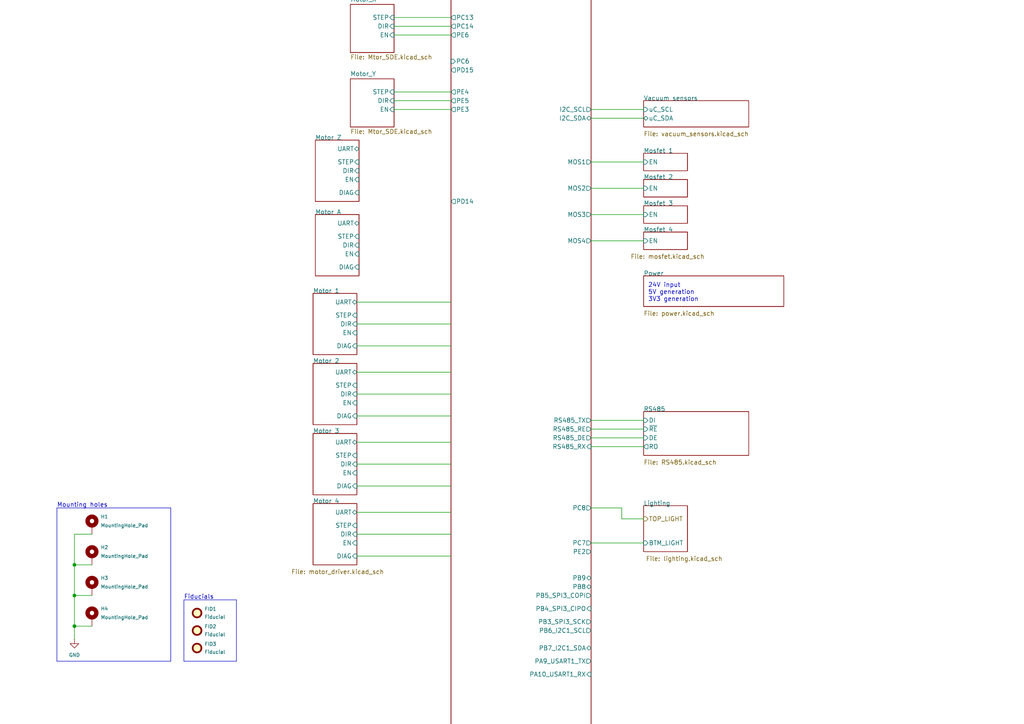
<source format=kicad_sch>
(kicad_sch
	(version 20231120)
	(generator "eeschema")
	(generator_version "8.0")
	(uuid "7255cbd1-8d38-4545-be9a-7fc5488ef942")
	(paper "A4")
	(title_block
		(title "LumenPnP Motherboard")
		(date "2023-07-30")
		(rev "005")
		(company "Opulo")
		(comment 1 "Overview")
	)
	(lib_symbols
		(symbol "Mechanical:Fiducial"
			(exclude_from_sim yes)
			(in_bom no)
			(on_board yes)
			(property "Reference" "FID"
				(at 0 5.08 0)
				(effects
					(font
						(size 1.27 1.27)
					)
				)
			)
			(property "Value" "Fiducial"
				(at 0 3.175 0)
				(effects
					(font
						(size 1.27 1.27)
					)
				)
			)
			(property "Footprint" ""
				(at 0 0 0)
				(effects
					(font
						(size 1.27 1.27)
					)
					(hide yes)
				)
			)
			(property "Datasheet" "~"
				(at 0 0 0)
				(effects
					(font
						(size 1.27 1.27)
					)
					(hide yes)
				)
			)
			(property "Description" "Fiducial Marker"
				(at 0 0 0)
				(effects
					(font
						(size 1.27 1.27)
					)
					(hide yes)
				)
			)
			(property "ki_keywords" "fiducial marker"
				(at 0 0 0)
				(effects
					(font
						(size 1.27 1.27)
					)
					(hide yes)
				)
			)
			(property "ki_fp_filters" "Fiducial*"
				(at 0 0 0)
				(effects
					(font
						(size 1.27 1.27)
					)
					(hide yes)
				)
			)
			(symbol "Fiducial_0_1"
				(circle
					(center 0 0)
					(radius 1.27)
					(stroke
						(width 0.508)
						(type default)
					)
					(fill
						(type background)
					)
				)
			)
		)
		(symbol "Mechanical:MountingHole_Pad"
			(pin_numbers hide)
			(pin_names
				(offset 1.016) hide)
			(exclude_from_sim yes)
			(in_bom no)
			(on_board yes)
			(property "Reference" "H"
				(at 0 6.35 0)
				(effects
					(font
						(size 1.27 1.27)
					)
				)
			)
			(property "Value" "MountingHole_Pad"
				(at 0 4.445 0)
				(effects
					(font
						(size 1.27 1.27)
					)
				)
			)
			(property "Footprint" ""
				(at 0 0 0)
				(effects
					(font
						(size 1.27 1.27)
					)
					(hide yes)
				)
			)
			(property "Datasheet" "~"
				(at 0 0 0)
				(effects
					(font
						(size 1.27 1.27)
					)
					(hide yes)
				)
			)
			(property "Description" "Mounting Hole with connection"
				(at 0 0 0)
				(effects
					(font
						(size 1.27 1.27)
					)
					(hide yes)
				)
			)
			(property "ki_keywords" "mounting hole"
				(at 0 0 0)
				(effects
					(font
						(size 1.27 1.27)
					)
					(hide yes)
				)
			)
			(property "ki_fp_filters" "MountingHole*Pad*"
				(at 0 0 0)
				(effects
					(font
						(size 1.27 1.27)
					)
					(hide yes)
				)
			)
			(symbol "MountingHole_Pad_0_1"
				(circle
					(center 0 1.27)
					(radius 1.27)
					(stroke
						(width 1.27)
						(type default)
					)
					(fill
						(type none)
					)
				)
			)
			(symbol "MountingHole_Pad_1_1"
				(pin input line
					(at 0 -2.54 90)
					(length 2.54)
					(name "1"
						(effects
							(font
								(size 1.27 1.27)
							)
						)
					)
					(number "1"
						(effects
							(font
								(size 1.27 1.27)
							)
						)
					)
				)
			)
		)
		(symbol "power:GND"
			(power)
			(pin_numbers hide)
			(pin_names
				(offset 0) hide)
			(exclude_from_sim no)
			(in_bom yes)
			(on_board yes)
			(property "Reference" "#PWR"
				(at 0 -6.35 0)
				(effects
					(font
						(size 1.27 1.27)
					)
					(hide yes)
				)
			)
			(property "Value" "GND"
				(at 0 -3.81 0)
				(effects
					(font
						(size 1.27 1.27)
					)
				)
			)
			(property "Footprint" ""
				(at 0 0 0)
				(effects
					(font
						(size 1.27 1.27)
					)
					(hide yes)
				)
			)
			(property "Datasheet" ""
				(at 0 0 0)
				(effects
					(font
						(size 1.27 1.27)
					)
					(hide yes)
				)
			)
			(property "Description" "Power symbol creates a global label with name \"GND\" , ground"
				(at 0 0 0)
				(effects
					(font
						(size 1.27 1.27)
					)
					(hide yes)
				)
			)
			(property "ki_keywords" "global power"
				(at 0 0 0)
				(effects
					(font
						(size 1.27 1.27)
					)
					(hide yes)
				)
			)
			(symbol "GND_0_1"
				(polyline
					(pts
						(xy 0 0) (xy 0 -1.27) (xy 1.27 -1.27) (xy 0 -2.54) (xy -1.27 -1.27) (xy 0 -1.27)
					)
					(stroke
						(width 0)
						(type default)
					)
					(fill
						(type none)
					)
				)
			)
			(symbol "GND_1_1"
				(pin power_in line
					(at 0 0 270)
					(length 0)
					(name "~"
						(effects
							(font
								(size 1.27 1.27)
							)
						)
					)
					(number "1"
						(effects
							(font
								(size 1.27 1.27)
							)
						)
					)
				)
			)
		)
	)
	(junction
		(at 21.59 172.72)
		(diameter 0)
		(color 0 0 0 0)
		(uuid "05576719-5b2e-4585-b492-2d3394a7cb6b")
	)
	(junction
		(at 21.59 181.61)
		(diameter 0)
		(color 0 0 0 0)
		(uuid "b66534b9-bd50-44f3-8223-05a553580026")
	)
	(junction
		(at 21.59 163.83)
		(diameter 0)
		(color 0 0 0 0)
		(uuid "fa655cc7-8eac-4aa3-b4ee-9381727fb8a1")
	)
	(wire
		(pts
			(xy 171.45 31.75) (xy 186.69 31.75)
		)
		(stroke
			(width 0)
			(type default)
		)
		(uuid "0ae10e56-446d-4239-98d7-ef395963ff4b")
	)
	(wire
		(pts
			(xy 171.45 121.92) (xy 186.69 121.92)
		)
		(stroke
			(width 0)
			(type default)
		)
		(uuid "142ed7c3-6ed5-45b4-850a-7e7db36479a1")
	)
	(wire
		(pts
			(xy 171.45 127) (xy 186.69 127)
		)
		(stroke
			(width 0)
			(type default)
		)
		(uuid "163382d2-6a66-4e48-aa16-715f40590b2e")
	)
	(wire
		(pts
			(xy 171.45 69.85) (xy 186.69 69.85)
		)
		(stroke
			(width 0)
			(type default)
		)
		(uuid "18bf1874-d363-4979-a83a-b59e7ca4fa7e")
	)
	(wire
		(pts
			(xy 103.505 120.65) (xy 130.81 120.65)
		)
		(stroke
			(width 0)
			(type default)
		)
		(uuid "18f04e81-debe-4957-a9da-b5579b6f871e")
	)
	(wire
		(pts
			(xy 103.505 140.97) (xy 130.81 140.97)
		)
		(stroke
			(width 0)
			(type default)
		)
		(uuid "1ab400f9-3a30-4d50-a7ef-f384f697792e")
	)
	(polyline
		(pts
			(xy 49.53 191.77) (xy 16.51 191.77)
		)
		(stroke
			(width 0)
			(type default)
		)
		(uuid "2106a43a-c9d7-46b2-bef3-2b73da8d382f")
	)
	(wire
		(pts
			(xy 171.45 157.48) (xy 186.69 157.48)
		)
		(stroke
			(width 0)
			(type default)
		)
		(uuid "33b697fc-0a59-4194-8f6c-4a948ca58dde")
	)
	(wire
		(pts
			(xy 171.45 129.54) (xy 186.69 129.54)
		)
		(stroke
			(width 0)
			(type default)
		)
		(uuid "391c478f-0779-4196-a369-b134940bb09f")
	)
	(wire
		(pts
			(xy 103.505 154.94) (xy 130.81 154.94)
		)
		(stroke
			(width 0)
			(type default)
		)
		(uuid "39c7bfd6-7799-450e-b445-506ed2b5e2a0")
	)
	(polyline
		(pts
			(xy 16.51 147.32) (xy 49.53 147.32)
		)
		(stroke
			(width 0)
			(type default)
		)
		(uuid "3fa0728d-91e5-47f1-8255-20760037d6ce")
	)
	(polyline
		(pts
			(xy 53.34 173.99) (xy 53.34 191.77)
		)
		(stroke
			(width 0)
			(type default)
		)
		(uuid "3fd17285-59a2-4d66-932c-e1075f32acef")
	)
	(wire
		(pts
			(xy 114.3 10.16) (xy 130.81 10.16)
		)
		(stroke
			(width 0)
			(type default)
		)
		(uuid "48b2168a-4e7b-484b-9432-368fe37fa172")
	)
	(wire
		(pts
			(xy 114.3 29.21) (xy 130.81 29.21)
		)
		(stroke
			(width 0)
			(type default)
		)
		(uuid "4aa78fdf-113d-4cd6-b9ce-4c3aa01e6186")
	)
	(polyline
		(pts
			(xy 68.58 173.99) (xy 68.58 191.77)
		)
		(stroke
			(width 0)
			(type default)
		)
		(uuid "4b8ee186-ca02-438c-8b6b-e596344827ba")
	)
	(wire
		(pts
			(xy 103.505 134.62) (xy 130.81 134.62)
		)
		(stroke
			(width 0)
			(type default)
		)
		(uuid "4f0f2431-8777-42f9-94fd-bf9d0404bd17")
	)
	(wire
		(pts
			(xy 103.505 161.29) (xy 130.81 161.29)
		)
		(stroke
			(width 0)
			(type default)
		)
		(uuid "5562d177-aefc-45f4-b393-2896f2178ee2")
	)
	(wire
		(pts
			(xy 114.3 31.75) (xy 130.81 31.75)
		)
		(stroke
			(width 0)
			(type default)
		)
		(uuid "5966c264-aa64-41c3-b5c6-f26d8cffcd07")
	)
	(wire
		(pts
			(xy 171.45 62.23) (xy 186.69 62.23)
		)
		(stroke
			(width 0)
			(type default)
		)
		(uuid "598aeb58-987b-419b-b258-7f114f380dae")
	)
	(wire
		(pts
			(xy 171.45 124.46) (xy 186.69 124.46)
		)
		(stroke
			(width 0)
			(type default)
		)
		(uuid "59c6b355-b034-41c9-886c-78003b10aa94")
	)
	(wire
		(pts
			(xy 103.505 93.98) (xy 130.81 93.98)
		)
		(stroke
			(width 0)
			(type default)
		)
		(uuid "5d3c325a-c3d5-4cc6-9f60-287e3d574a11")
	)
	(wire
		(pts
			(xy 114.3 5.08) (xy 130.81 5.08)
		)
		(stroke
			(width 0)
			(type default)
		)
		(uuid "5d542e98-74e4-4a52-b605-8639ac5e3630")
	)
	(wire
		(pts
			(xy 171.45 147.32) (xy 180.34 147.32)
		)
		(stroke
			(width 0)
			(type default)
		)
		(uuid "6002403d-64e6-4e8f-a8b3-1bc7209e1ced")
	)
	(wire
		(pts
			(xy 103.505 100.33) (xy 130.81 100.33)
		)
		(stroke
			(width 0)
			(type default)
		)
		(uuid "660fa7d1-e7f1-4c86-a7a6-1cf87519e8e1")
	)
	(wire
		(pts
			(xy 103.505 128.27) (xy 130.81 128.27)
		)
		(stroke
			(width 0)
			(type default)
		)
		(uuid "6b7dd656-a3ee-4e18-92b8-a3f5a4a80314")
	)
	(wire
		(pts
			(xy 103.505 148.59) (xy 130.81 148.59)
		)
		(stroke
			(width 0)
			(type default)
		)
		(uuid "8a5cf231-04b5-449f-9494-2ef05ff58f12")
	)
	(wire
		(pts
			(xy 21.59 181.61) (xy 21.59 185.42)
		)
		(stroke
			(width 0)
			(type default)
		)
		(uuid "94a8b15f-d57e-45b7-b614-ff5234a4259d")
	)
	(wire
		(pts
			(xy 114.3 7.62) (xy 130.81 7.62)
		)
		(stroke
			(width 0)
			(type default)
		)
		(uuid "a17a80c5-15bb-416b-b23b-d79c5e49cc03")
	)
	(wire
		(pts
			(xy 26.67 163.83) (xy 21.59 163.83)
		)
		(stroke
			(width 0)
			(type default)
		)
		(uuid "ac41f5e5-db2e-47c0-8d3f-9456b478f216")
	)
	(wire
		(pts
			(xy 114.3 26.67) (xy 130.81 26.67)
		)
		(stroke
			(width 0)
			(type default)
		)
		(uuid "b614e1aa-3d77-41ef-b50a-9264f6216cef")
	)
	(wire
		(pts
			(xy 21.59 154.94) (xy 21.59 163.83)
		)
		(stroke
			(width 0)
			(type default)
		)
		(uuid "bc0eccbe-effb-44f4-b2ff-aea8d7686986")
	)
	(wire
		(pts
			(xy 26.67 154.94) (xy 21.59 154.94)
		)
		(stroke
			(width 0)
			(type default)
		)
		(uuid "c31f6ce2-2124-40bb-95e6-d150a4e719e4")
	)
	(wire
		(pts
			(xy 103.505 87.63) (xy 130.81 87.63)
		)
		(stroke
			(width 0)
			(type default)
		)
		(uuid "c4f6c45f-ca58-49fb-81b2-e47742d1daf4")
	)
	(polyline
		(pts
			(xy 16.51 147.32) (xy 16.51 191.77)
		)
		(stroke
			(width 0)
			(type default)
		)
		(uuid "c96f1cf6-5320-44e8-996f-faa6b3a4441a")
	)
	(wire
		(pts
			(xy 180.34 147.32) (xy 180.34 150.495)
		)
		(stroke
			(width 0)
			(type default)
		)
		(uuid "ccc82c37-5b7c-4bd5-b696-9d54f038f0bc")
	)
	(wire
		(pts
			(xy 21.59 172.72) (xy 21.59 181.61)
		)
		(stroke
			(width 0)
			(type default)
		)
		(uuid "d059cf29-3637-4ca5-9696-588bb5260172")
	)
	(wire
		(pts
			(xy 26.67 181.61) (xy 21.59 181.61)
		)
		(stroke
			(width 0)
			(type default)
		)
		(uuid "d0687671-9f02-4ff0-8bce-04b981ea68c0")
	)
	(wire
		(pts
			(xy 113.03 -6.35) (xy 130.81 -6.35)
		)
		(stroke
			(width 0)
			(type default)
		)
		(uuid "d596d100-c224-443c-b7ac-9ffe5f04c5c4")
	)
	(polyline
		(pts
			(xy 49.53 147.32) (xy 49.53 191.77)
		)
		(stroke
			(width 0)
			(type default)
		)
		(uuid "d5991aeb-faca-4897-9eee-1070a9391498")
	)
	(wire
		(pts
			(xy 171.45 46.99) (xy 186.69 46.99)
		)
		(stroke
			(width 0)
			(type default)
		)
		(uuid "e385163a-0308-406c-888e-8439b7cdcd36")
	)
	(polyline
		(pts
			(xy 68.58 191.77) (xy 53.34 191.77)
		)
		(stroke
			(width 0)
			(type default)
		)
		(uuid "e95867d6-0eac-43b6-b462-6e9453189650")
	)
	(wire
		(pts
			(xy 113.03 -8.89) (xy 130.81 -8.89)
		)
		(stroke
			(width 0)
			(type default)
		)
		(uuid "ee1d049a-8be3-48bc-a118-7d19f535f689")
	)
	(wire
		(pts
			(xy 171.45 34.29) (xy 186.69 34.29)
		)
		(stroke
			(width 0)
			(type default)
		)
		(uuid "f01ed067-cf1e-4c91-bc11-a9140fd86731")
	)
	(wire
		(pts
			(xy 180.34 150.495) (xy 186.69 150.495)
		)
		(stroke
			(width 0)
			(type default)
		)
		(uuid "f29d0383-cd7e-45da-8e35-48ed32ee66b6")
	)
	(wire
		(pts
			(xy 103.505 114.3) (xy 130.81 114.3)
		)
		(stroke
			(width 0)
			(type default)
		)
		(uuid "f5691221-7016-42d0-b53d-f0a735163e90")
	)
	(wire
		(pts
			(xy 26.67 172.72) (xy 21.59 172.72)
		)
		(stroke
			(width 0)
			(type default)
		)
		(uuid "f70ecbd4-261c-48ee-9dd7-678b07fd0add")
	)
	(wire
		(pts
			(xy 103.505 107.95) (xy 130.81 107.95)
		)
		(stroke
			(width 0)
			(type default)
		)
		(uuid "fdc70f8a-b639-4f3e-82a6-d3e088c10a81")
	)
	(polyline
		(pts
			(xy 53.34 173.99) (xy 68.58 173.99)
		)
		(stroke
			(width 0)
			(type default)
		)
		(uuid "fed1eb7c-d425-4437-a9bf-942e8abfd131")
	)
	(wire
		(pts
			(xy 171.45 54.61) (xy 186.69 54.61)
		)
		(stroke
			(width 0)
			(type default)
		)
		(uuid "ff174ed3-8014-41e1-aaf8-cc31422e6a35")
	)
	(wire
		(pts
			(xy 21.59 163.83) (xy 21.59 172.72)
		)
		(stroke
			(width 0)
			(type default)
		)
		(uuid "ff9dd1be-3acf-44dc-ab95-c3c485d79781")
	)
	(text "24V input\n5V generation\n3V3 generation"
		(exclude_from_sim no)
		(at 187.96 87.63 0)
		(effects
			(font
				(size 1.27 1.27)
			)
			(justify left bottom)
		)
		(uuid "0d075e9c-23a6-4ed3-b65a-edb4381a9128")
	)
	(text "Fiducials"
		(exclude_from_sim no)
		(at 53.34 173.99 0)
		(effects
			(font
				(size 1.27 1.27)
			)
			(justify left bottom)
		)
		(uuid "3098bd8f-3242-46bb-a79c-afe777a7f433")
	)
	(text "Mounting holes"
		(exclude_from_sim no)
		(at 16.51 147.32 0)
		(effects
			(font
				(size 1.27 1.27)
			)
			(justify left bottom)
		)
		(uuid "4c6a35d2-6337-4d67-ade7-58317638331a")
	)
	(hierarchical_label "TOP_LIGHT"
		(shape output)
		(at 186.69 150.495 0)
		(fields_autoplaced yes)
		(effects
			(font
				(size 1.27 1.27)
			)
			(justify left)
		)
		(uuid "e6b95b2c-a546-47e8-aebf-b5e2695f5936")
	)
	(symbol
		(lib_id "Mechanical:Fiducial")
		(at 57.15 182.88 0)
		(unit 1)
		(exclude_from_sim no)
		(in_bom no)
		(on_board yes)
		(dnp no)
		(uuid "146bd435-314a-4707-ab43-0fcbf7fc858f")
		(property "Reference" "FID2"
			(at 59.309 181.7116 0)
			(effects
				(font
					(size 1 1)
				)
				(justify left)
			)
		)
		(property "Value" "Fiducial"
			(at 59.309 184.023 0)
			(effects
				(font
					(size 1 1)
				)
				(justify left)
			)
		)
		(property "Footprint" "Fiducial:Fiducial_1mm_Mask2mm"
			(at 57.15 182.88 0)
			(effects
				(font
					(size 1 1)
					(color 223 129 255 1)
				)
				(hide yes)
			)
		)
		(property "Datasheet" "~"
			(at 57.15 182.88 0)
			(effects
				(font
					(size 1 1)
					(color 223 129 255 1)
				)
				(hide yes)
			)
		)
		(property "Description" "Fiducial Marker"
			(at 57.15 182.88 0)
			(effects
				(font
					(size 1.27 1.27)
				)
				(hide yes)
			)
		)
		(instances
			(project "mobo"
				(path "/7255cbd1-8d38-4545-be9a-7fc5488ef942"
					(reference "FID2")
					(unit 1)
				)
			)
		)
	)
	(symbol
		(lib_id "power:GND")
		(at 21.59 185.42 0)
		(unit 1)
		(exclude_from_sim no)
		(in_bom yes)
		(on_board yes)
		(dnp no)
		(fields_autoplaced yes)
		(uuid "74c5d081-2efd-4a70-8cea-ea497afacde3")
		(property "Reference" "#PWR01"
			(at 21.59 191.77 0)
			(effects
				(font
					(size 1 1)
				)
				(hide yes)
			)
		)
		(property "Value" "GND"
			(at 21.59 189.9825 0)
			(effects
				(font
					(size 1 1)
				)
			)
		)
		(property "Footprint" ""
			(at 21.59 185.42 0)
			(effects
				(font
					(size 1 1)
					(color 223 129 255 1)
				)
				(hide yes)
			)
		)
		(property "Datasheet" ""
			(at 21.59 185.42 0)
			(effects
				(font
					(size 1 1)
					(color 223 129 255 1)
				)
				(hide yes)
			)
		)
		(property "Description" "Power symbol creates a global label with name \"GND\" , ground"
			(at 21.59 185.42 0)
			(effects
				(font
					(size 1.27 1.27)
				)
				(hide yes)
			)
		)
		(pin "1"
			(uuid "e444d79a-9a42-435d-a7e3-aa31c3af7610")
		)
		(instances
			(project "mobo"
				(path "/7255cbd1-8d38-4545-be9a-7fc5488ef942"
					(reference "#PWR01")
					(unit 1)
				)
			)
		)
	)
	(symbol
		(lib_id "Mechanical:MountingHole_Pad")
		(at 26.67 161.29 0)
		(unit 1)
		(exclude_from_sim yes)
		(in_bom no)
		(on_board yes)
		(dnp no)
		(fields_autoplaced yes)
		(uuid "8bfe93a2-e3b6-4352-9d56-3a212fee83c3")
		(property "Reference" "H2"
			(at 29.21 158.75 0)
			(effects
				(font
					(size 1 1)
				)
				(justify left)
			)
		)
		(property "Value" "MountingHole_Pad"
			(at 29.21 161.29 0)
			(effects
				(font
					(size 1 1)
				)
				(justify left)
			)
		)
		(property "Footprint" "MountingHole:MountingHole_3.2mm_M3_DIN965_Pad"
			(at 26.67 161.29 0)
			(effects
				(font
					(size 1.27 1.27)
				)
				(hide yes)
			)
		)
		(property "Datasheet" "~"
			(at 26.67 161.29 0)
			(effects
				(font
					(size 1.27 1.27)
				)
				(hide yes)
			)
		)
		(property "Description" "Mounting Hole with connection"
			(at 26.67 161.29 0)
			(effects
				(font
					(size 1.27 1.27)
				)
				(hide yes)
			)
		)
		(pin "1"
			(uuid "e36b08ca-d6ac-4c1f-8b69-a2f026dfb4c1")
		)
		(instances
			(project "mobo"
				(path "/7255cbd1-8d38-4545-be9a-7fc5488ef942"
					(reference "H2")
					(unit 1)
				)
			)
		)
	)
	(symbol
		(lib_id "Mechanical:MountingHole_Pad")
		(at 26.67 170.18 0)
		(unit 1)
		(exclude_from_sim yes)
		(in_bom no)
		(on_board yes)
		(dnp no)
		(fields_autoplaced yes)
		(uuid "a3270155-1d43-43c4-9a4d-e95bdd4ecef9")
		(property "Reference" "H3"
			(at 29.21 167.64 0)
			(effects
				(font
					(size 1 1)
				)
				(justify left)
			)
		)
		(property "Value" "MountingHole_Pad"
			(at 29.21 170.18 0)
			(effects
				(font
					(size 1 1)
				)
				(justify left)
			)
		)
		(property "Footprint" "MountingHole:MountingHole_3.2mm_M3_DIN965_Pad"
			(at 26.67 170.18 0)
			(effects
				(font
					(size 1.27 1.27)
				)
				(hide yes)
			)
		)
		(property "Datasheet" "~"
			(at 26.67 170.18 0)
			(effects
				(font
					(size 1.27 1.27)
				)
				(hide yes)
			)
		)
		(property "Description" "Mounting Hole with connection"
			(at 26.67 170.18 0)
			(effects
				(font
					(size 1.27 1.27)
				)
				(hide yes)
			)
		)
		(pin "1"
			(uuid "6e050f10-74d5-47e4-b90c-df44a8dce70d")
		)
		(instances
			(project "mobo"
				(path "/7255cbd1-8d38-4545-be9a-7fc5488ef942"
					(reference "H3")
					(unit 1)
				)
			)
		)
	)
	(symbol
		(lib_id "Mechanical:MountingHole_Pad")
		(at 26.67 179.07 0)
		(unit 1)
		(exclude_from_sim yes)
		(in_bom no)
		(on_board yes)
		(dnp no)
		(fields_autoplaced yes)
		(uuid "c34a2c11-e21c-4775-84e9-0adcbe44680e")
		(property "Reference" "H4"
			(at 29.21 176.53 0)
			(effects
				(font
					(size 1 1)
				)
				(justify left)
			)
		)
		(property "Value" "MountingHole_Pad"
			(at 29.21 179.07 0)
			(effects
				(font
					(size 1 1)
				)
				(justify left)
			)
		)
		(property "Footprint" "MountingHole:MountingHole_3.2mm_M3_DIN965_Pad"
			(at 26.67 179.07 0)
			(effects
				(font
					(size 1.27 1.27)
				)
				(hide yes)
			)
		)
		(property "Datasheet" "~"
			(at 26.67 179.07 0)
			(effects
				(font
					(size 1.27 1.27)
				)
				(hide yes)
			)
		)
		(property "Description" "Mounting Hole with connection"
			(at 26.67 179.07 0)
			(effects
				(font
					(size 1.27 1.27)
				)
				(hide yes)
			)
		)
		(pin "1"
			(uuid "e3784f6e-8aae-4b65-ab9e-c1c6d44e84d6")
		)
		(instances
			(project "mobo"
				(path "/7255cbd1-8d38-4545-be9a-7fc5488ef942"
					(reference "H4")
					(unit 1)
				)
			)
		)
	)
	(symbol
		(lib_id "Mechanical:Fiducial")
		(at 57.15 187.96 0)
		(unit 1)
		(exclude_from_sim no)
		(in_bom no)
		(on_board yes)
		(dnp no)
		(uuid "c3caaea3-bba8-4807-a578-1bd4f7301577")
		(property "Reference" "FID3"
			(at 59.309 186.7916 0)
			(effects
				(font
					(size 1 1)
				)
				(justify left)
			)
		)
		(property "Value" "Fiducial"
			(at 59.309 189.103 0)
			(effects
				(font
					(size 1 1)
				)
				(justify left)
			)
		)
		(property "Footprint" "Fiducial:Fiducial_1mm_Mask2mm"
			(at 57.15 187.96 0)
			(effects
				(font
					(size 1 1)
					(color 223 129 255 1)
				)
				(hide yes)
			)
		)
		(property "Datasheet" "~"
			(at 57.15 187.96 0)
			(effects
				(font
					(size 1 1)
					(color 223 129 255 1)
				)
				(hide yes)
			)
		)
		(property "Description" "Fiducial Marker"
			(at 57.15 187.96 0)
			(effects
				(font
					(size 1.27 1.27)
				)
				(hide yes)
			)
		)
		(instances
			(project "mobo"
				(path "/7255cbd1-8d38-4545-be9a-7fc5488ef942"
					(reference "FID3")
					(unit 1)
				)
			)
		)
	)
	(symbol
		(lib_id "Mechanical:Fiducial")
		(at 57.15 177.8 0)
		(unit 1)
		(exclude_from_sim no)
		(in_bom no)
		(on_board yes)
		(dnp no)
		(uuid "eed9d62e-f536-4e56-9eba-3ba0585dd7f0")
		(property "Reference" "FID1"
			(at 59.309 176.6316 0)
			(effects
				(font
					(size 1 1)
				)
				(justify left)
			)
		)
		(property "Value" "Fiducial"
			(at 59.309 178.943 0)
			(effects
				(font
					(size 1 1)
				)
				(justify left)
			)
		)
		(property "Footprint" "Fiducial:Fiducial_1mm_Mask2mm"
			(at 57.15 177.8 0)
			(effects
				(font
					(size 1 1)
					(color 223 129 255 1)
				)
				(hide yes)
			)
		)
		(property "Datasheet" "~"
			(at 57.15 177.8 0)
			(effects
				(font
					(size 1 1)
					(color 223 129 255 1)
				)
				(hide yes)
			)
		)
		(property "Description" "Fiducial Marker"
			(at 57.15 177.8 0)
			(effects
				(font
					(size 1.27 1.27)
				)
				(hide yes)
			)
		)
		(instances
			(project "mobo"
				(path "/7255cbd1-8d38-4545-be9a-7fc5488ef942"
					(reference "FID1")
					(unit 1)
				)
			)
		)
	)
	(symbol
		(lib_id "Mechanical:MountingHole_Pad")
		(at 26.67 152.4 0)
		(unit 1)
		(exclude_from_sim yes)
		(in_bom no)
		(on_board yes)
		(dnp no)
		(fields_autoplaced yes)
		(uuid "f2a13051-02a2-4808-9f51-b1f873e89e72")
		(property "Reference" "H1"
			(at 29.21 149.86 0)
			(effects
				(font
					(size 1 1)
				)
				(justify left)
			)
		)
		(property "Value" "MountingHole_Pad"
			(at 29.21 152.4 0)
			(effects
				(font
					(size 1 1)
				)
				(justify left)
			)
		)
		(property "Footprint" "MountingHole:MountingHole_3.2mm_M3_DIN965_Pad"
			(at 26.67 152.4 0)
			(effects
				(font
					(size 1.27 1.27)
				)
				(hide yes)
			)
		)
		(property "Datasheet" "~"
			(at 26.67 152.4 0)
			(effects
				(font
					(size 1.27 1.27)
				)
				(hide yes)
			)
		)
		(property "Description" "Mounting Hole with connection"
			(at 26.67 152.4 0)
			(effects
				(font
					(size 1.27 1.27)
				)
				(hide yes)
			)
		)
		(pin "1"
			(uuid "997046af-f0b2-4b59-803c-b817bff67588")
		)
		(instances
			(project "mobo"
				(path "/7255cbd1-8d38-4545-be9a-7fc5488ef942"
					(reference "H1")
					(unit 1)
				)
			)
		)
	)
	(sheet
		(at 186.69 29.21)
		(size 30.48 7.62)
		(stroke
			(width 0)
			(type solid)
		)
		(fill
			(color 0 0 0 0.0000)
		)
		(uuid "00000000-0000-0000-0000-00005eb0c5a0")
		(property "Sheetname" "Vacuum sensors"
			(at 186.69 29.21 0)
			(effects
				(font
					(size 1.27 1.27)
				)
				(justify left bottom)
			)
		)
		(property "Sheetfile" "vacuum_sensors.kicad_sch"
			(at 186.69 38.1 0)
			(effects
				(font
					(size 1.27 1.27)
				)
				(justify left top)
			)
		)
		(pin "uC_SDA" bidirectional
			(at 186.69 34.29 180)
			(effects
				(font
					(size 1.27 1.27)
				)
				(justify left)
			)
			(uuid "8923bfa4-6f03-477a-b615-15131dc87e41")
		)
		(pin "uC_SCL" input
			(at 186.69 31.75 180)
			(effects
				(font
					(size 1.27 1.27)
				)
				(justify left)
			)
			(uuid "028f14ec-eac3-46bc-92f4-256a2ef10a7f")
		)
		(instances
			(project "mobo"
				(path "/7255cbd1-8d38-4545-be9a-7fc5488ef942"
					(page "17")
				)
			)
		)
	)
	(sheet
		(at 82.55 -11.43)
		(size 30.48 7.62)
		(stroke
			(width 0)
			(type solid)
		)
		(fill
			(color 0 0 0 0.0000)
		)
		(uuid "00000000-0000-0000-0000-00005eb0c6b9")
		(property "Sheetname" "USB"
			(at 82.55 -11.43 0)
			(effects
				(font
					(size 1.27 1.27)
				)
				(justify left bottom)
			)
		)
		(property "Sheetfile" "usb.kicad_sch"
			(at 82.55 -2.54 0)
			(effects
				(font
					(size 1.27 1.27)
				)
				(justify left top)
			)
		)
		(pin "USB_D-" bidirectional
			(at 113.03 -6.35 0)
			(effects
				(font
					(size 1.27 1.27)
				)
				(justify right)
			)
			(uuid "bc6b9a22-7aae-43cb-bb4e-3e7b0a9e75bb")
		)
		(pin "USB_D+" bidirectional
			(at 113.03 -8.89 0)
			(effects
				(font
					(size 1.27 1.27)
				)
				(justify right)
			)
			(uuid "4ee44f7f-a0c8-4efe-b405-9de6b0085ab6")
		)
		(instances
			(project "mobo"
				(path "/7255cbd1-8d38-4545-be9a-7fc5488ef942"
					(page "19")
				)
			)
		)
	)
	(sheet
		(at 186.69 80.01)
		(size 40.64 8.89)
		(stroke
			(width 0)
			(type solid)
		)
		(fill
			(color 0 0 0 0.0000)
		)
		(uuid "00000000-0000-0000-0000-00005eb15d5b")
		(property "Sheetname" "Power"
			(at 186.69 80.01 0)
			(effects
				(font
					(size 1.27 1.27)
				)
				(justify left bottom)
			)
		)
		(property "Sheetfile" "power.kicad_sch"
			(at 186.69 90.17 0)
			(effects
				(font
					(size 1.27 1.27)
				)
				(justify left top)
			)
		)
		(instances
			(project "mobo"
				(path "/7255cbd1-8d38-4545-be9a-7fc5488ef942"
					(page "2")
				)
			)
		)
	)
	(sheet
		(at 186.69 119.38)
		(size 30.48 12.7)
		(stroke
			(width 0.1524)
			(type solid)
		)
		(fill
			(color 0 0 0 0.0000)
		)
		(uuid "0ce3ca4e-d67d-448e-a269-79fcdb83d27c")
		(property "Sheetname" "RS485"
			(at 186.69 119.38 0)
			(effects
				(font
					(size 1.27 1.27)
				)
				(justify left bottom)
			)
		)
		(property "Sheetfile" "RS485.kicad_sch"
			(at 186.69 133.35 0)
			(effects
				(font
					(size 1.27 1.27)
				)
				(justify left top)
			)
		)
		(pin "~{RE}" input
			(at 186.69 124.46 180)
			(effects
				(font
					(size 1.27 1.27)
				)
				(justify left)
			)
			(uuid "8c2d41e6-0248-476e-8bc5-8735e1673da7")
		)
		(pin "DI" input
			(at 186.69 121.92 180)
			(effects
				(font
					(size 1.27 1.27)
				)
				(justify left)
			)
			(uuid "cde35353-5311-4c9a-8d7a-78cf43ed9b23")
		)
		(pin "DE" input
			(at 186.69 127 180)
			(effects
				(font
					(size 1.27 1.27)
				)
				(justify left)
			)
			(uuid "f3620ae2-a5d2-4a5d-8750-d7b1573a95d4")
		)
		(pin "RO" output
			(at 186.69 129.54 180)
			(effects
				(font
					(size 1.27 1.27)
				)
				(justify left)
			)
			(uuid "f1592858-cbea-4501-ae64-94f37701365f")
		)
		(instances
			(project "mobo"
				(path "/7255cbd1-8d38-4545-be9a-7fc5488ef942"
					(page "18")
				)
			)
		)
	)
	(sheet
		(at 186.69 52.07)
		(size 12.7 5.08)
		(stroke
			(width 0)
			(type solid)
		)
		(fill
			(color 0 0 0 0.0000)
		)
		(uuid "207467ea-dbef-4c90-902b-8e39e72e149d")
		(property "Sheetname" "Mosfet 2"
			(at 186.69 52.07 0)
			(effects
				(font
					(size 1.27 1.27)
				)
				(justify left bottom)
			)
		)
		(property "Sheetfile" "mosfet.kicad_sch"
			(at 186.69 57.15 0)
			(effects
				(font
					(size 1.27 1.27)
				)
				(justify left top)
				(hide yes)
			)
		)
		(pin "EN" input
			(at 186.69 54.61 180)
			(effects
				(font
					(size 1.27 1.27)
				)
				(justify left)
			)
			(uuid "ff447216-2102-4137-bd24-03fcd070640e")
		)
		(instances
			(project "mobo"
				(path "/7255cbd1-8d38-4545-be9a-7fc5488ef942"
					(page "13")
				)
			)
		)
	)
	(sheet
		(at 90.805 105.41)
		(size 12.7 17.78)
		(stroke
			(width 0)
			(type solid)
		)
		(fill
			(color 0 0 0 0.0000)
		)
		(uuid "21178f82-09c1-4043-ad45-3ce56de485b9")
		(property "Sheetname" "Motor 2"
			(at 90.805 105.41 0)
			(effects
				(font
					(size 1.27 1.27)
				)
				(justify left bottom)
			)
		)
		(property "Sheetfile" "motor_driver.kicad_sch"
			(at 84.455 120.65 0)
			(effects
				(font
					(size 1.27 1.27)
				)
				(justify left top)
				(hide yes)
			)
		)
		(pin "EN" input
			(at 103.505 116.84 0)
			(effects
				(font
					(size 1.27 1.27)
				)
				(justify right)
			)
			(uuid "a9398371-54a4-43fe-bf53-71b0137b4634")
		)
		(pin "STEP" input
			(at 103.505 111.76 0)
			(effects
				(font
					(size 1.27 1.27)
				)
				(justify right)
			)
			(uuid "8041d6b7-fc46-4262-b3ce-c284ecad18b8")
		)
		(pin "DIR" input
			(at 103.505 114.3 0)
			(effects
				(font
					(size 1.27 1.27)
				)
				(justify right)
			)
			(uuid "a078b658-eb9d-4edf-9ab3-2465e9cb3719")
		)
		(pin "DIAG" input
			(at 103.505 120.65 0)
			(effects
				(font
					(size 1.27 1.27)
				)
				(justify right)
			)
			(uuid "d0713aa1-5029-4abd-8e13-614617a465d2")
		)
		(pin "UART" bidirectional
			(at 103.505 107.95 0)
			(effects
				(font
					(size 1.27 1.27)
				)
				(justify right)
			)
			(uuid "bbd4c20d-1d41-4520-acb5-8f9b3a845ed2")
		)
		(instances
			(project "mobo"
				(path "/7255cbd1-8d38-4545-be9a-7fc5488ef942"
					(page "9")
				)
			)
		)
	)
	(sheet
		(at 90.805 146.05)
		(size 12.7 17.78)
		(stroke
			(width 0)
			(type solid)
		)
		(fill
			(color 0 0 0 0.0000)
		)
		(uuid "2d41dcfb-8f44-4045-bd4c-0464bc10a0ca")
		(property "Sheetname" "Motor 4"
			(at 90.805 146.05 0)
			(effects
				(font
					(size 1.27 1.27)
				)
				(justify left bottom)
			)
		)
		(property "Sheetfile" "motor_driver.kicad_sch"
			(at 84.455 165.1 0)
			(effects
				(font
					(size 1.27 1.27)
				)
				(justify left top)
			)
		)
		(pin "EN" input
			(at 103.505 157.48 0)
			(effects
				(font
					(size 1.27 1.27)
				)
				(justify right)
			)
			(uuid "f3ec6cdf-08ff-4518-98ac-4e6721c96d58")
		)
		(pin "STEP" input
			(at 103.505 152.4 0)
			(effects
				(font
					(size 1.27 1.27)
				)
				(justify right)
			)
			(uuid "9b38af7d-1d23-45a8-9a8d-b7c1c6b1d362")
		)
		(pin "DIR" input
			(at 103.505 154.94 0)
			(effects
				(font
					(size 1.27 1.27)
				)
				(justify right)
			)
			(uuid "d71781b3-c1a5-4aaf-813f-d100beff6026")
		)
		(pin "DIAG" input
			(at 103.505 161.29 0)
			(effects
				(font
					(size 1.27 1.27)
				)
				(justify right)
			)
			(uuid "bd57f1a3-ca96-415d-806a-7a03cfbe327a")
		)
		(pin "UART" bidirectional
			(at 103.505 148.59 0)
			(effects
				(font
					(size 1.27 1.27)
				)
				(justify right)
			)
			(uuid "4cdec336-4b8f-47be-8f21-48ca6ed760ac")
		)
		(instances
			(project "mobo"
				(path "/7255cbd1-8d38-4545-be9a-7fc5488ef942"
					(page "11")
				)
			)
		)
	)
	(sheet
		(at 91.44 62.23)
		(size 12.7 17.78)
		(stroke
			(width 0)
			(type solid)
		)
		(fill
			(color 0 0 0 0.0000)
		)
		(uuid "462326f3-7eb5-44e7-a145-b88f1a9bc8bf")
		(property "Sheetname" "Motor A"
			(at 91.44 62.23 0)
			(effects
				(font
					(size 1.27 1.27)
				)
				(justify left bottom)
			)
		)
		(property "Sheetfile" "motor_driver.kicad_sch"
			(at 85.09 77.47 0)
			(effects
				(font
					(size 1.27 1.27)
				)
				(justify left top)
				(hide yes)
			)
		)
		(pin "EN" input
			(at 104.14 73.66 0)
			(effects
				(font
					(size 1.27 1.27)
				)
				(justify right)
			)
			(uuid "f5c8627a-c97f-49f9-acdc-a58bfb950e8e")
		)
		(pin "STEP" input
			(at 104.14 68.58 0)
			(effects
				(font
					(size 1.27 1.27)
				)
				(justify right)
			)
			(uuid "57231d89-98e9-44dd-a204-4543fa49279f")
		)
		(pin "DIR" input
			(at 104.14 71.12 0)
			(effects
				(font
					(size 1.27 1.27)
				)
				(justify right)
			)
			(uuid "eaddea1b-63b1-4a82-9caf-e260b85794db")
		)
		(pin "DIAG" input
			(at 104.14 77.47 0)
			(effects
				(font
					(size 1.27 1.27)
				)
				(justify right)
			)
			(uuid "da45c05d-b287-4ac7-b4f5-0ab30c56a90a")
		)
		(pin "UART" bidirectional
			(at 104.14 64.77 0)
			(effects
				(font
					(size 1.27 1.27)
				)
				(justify right)
			)
			(uuid "ba0b993a-45a9-499d-9b79-7f1da020ecd5")
		)
		(instances
			(project "mobo"
				(path "/7255cbd1-8d38-4545-be9a-7fc5488ef942"
					(page "7")
				)
			)
		)
	)
	(sheet
		(at 186.69 146.685)
		(size 12.7 13.335)
		(stroke
			(width 0.1524)
			(type solid)
		)
		(fill
			(color 0 0 0 0.0000)
		)
		(uuid "559adffc-c7f8-4c0c-9367-7aff32990319")
		(property "Sheetname" "Lighting"
			(at 186.69 146.685 0)
			(effects
				(font
					(size 1.27 1.27)
				)
				(justify left bottom)
			)
		)
		(property "Sheetfile" "lighting.kicad_sch"
			(at 187.325 161.29 0)
			(effects
				(font
					(size 1.27 1.27)
				)
				(justify left top)
			)
		)
		(pin "BTM_LIGHT" input
			(at 186.69 157.48 180)
			(effects
				(font
					(size 1.27 1.27)
				)
				(justify left)
			)
			(uuid "f939bdb4-bbcd-4bbe-a51d-f741a9749070")
		)
		(instances
			(project "mobo"
				(path "/7255cbd1-8d38-4545-be9a-7fc5488ef942"
					(page "16")
				)
			)
		)
	)
	(sheet
		(at 186.69 44.45)
		(size 12.7 5.08)
		(stroke
			(width 0)
			(type solid)
		)
		(fill
			(color 0 0 0 0.0000)
		)
		(uuid "5791c284-daa8-4efc-aba6-02bf36d18407")
		(property "Sheetname" "Mosfet 1"
			(at 186.69 44.45 0)
			(effects
				(font
					(size 1.27 1.27)
				)
				(justify left bottom)
			)
		)
		(property "Sheetfile" "mosfet.kicad_sch"
			(at 186.69 49.53 0)
			(effects
				(font
					(size 1.27 1.27)
				)
				(justify left top)
				(hide yes)
			)
		)
		(pin "EN" input
			(at 186.69 46.99 180)
			(effects
				(font
					(size 1.27 1.27)
				)
				(justify left)
			)
			(uuid "3866edd4-fe1d-4988-9e84-dac5698839d4")
		)
		(instances
			(project "mobo"
				(path "/7255cbd1-8d38-4545-be9a-7fc5488ef942"
					(page "12")
				)
			)
		)
	)
	(sheet
		(at 91.44 40.64)
		(size 12.7 17.78)
		(stroke
			(width 0)
			(type solid)
		)
		(fill
			(color 0 0 0 0.0000)
		)
		(uuid "641900c7-899d-463c-a3b4-d9f5be021a52")
		(property "Sheetname" "Motor Z"
			(at 91.44 40.64 0)
			(effects
				(font
					(size 1.27 1.27)
				)
				(justify left bottom)
			)
		)
		(property "Sheetfile" "motor_driver.kicad_sch"
			(at 85.09 55.88 0)
			(effects
				(font
					(size 1.27 1.27)
				)
				(justify left top)
				(hide yes)
			)
		)
		(pin "EN" input
			(at 104.14 52.07 0)
			(effects
				(font
					(size 1.27 1.27)
				)
				(justify right)
			)
			(uuid "5ba5c0d2-d563-4a1a-a067-4f01c381635c")
		)
		(pin "STEP" input
			(at 104.14 46.99 0)
			(effects
				(font
					(size 1.27 1.27)
				)
				(justify right)
			)
			(uuid "901be992-c9f1-4bad-bd50-18ca5ac05fb8")
		)
		(pin "DIR" input
			(at 104.14 49.53 0)
			(effects
				(font
					(size 1.27 1.27)
				)
				(justify right)
			)
			(uuid "4086f212-0b73-41aa-b885-adcc3927099a")
		)
		(pin "DIAG" input
			(at 104.14 55.88 0)
			(effects
				(font
					(size 1.27 1.27)
				)
				(justify right)
			)
			(uuid "b1f70d79-f40b-4566-ab49-474aa435c07f")
		)
		(pin "UART" bidirectional
			(at 104.14 43.18 0)
			(effects
				(font
					(size 1.27 1.27)
				)
				(justify right)
			)
			(uuid "74f1f53a-8020-4035-b592-4cf82ce5955a")
		)
		(instances
			(project "mobo"
				(path "/7255cbd1-8d38-4545-be9a-7fc5488ef942"
					(page "6")
				)
			)
		)
	)
	(sheet
		(at 186.69 59.69)
		(size 12.7 5.08)
		(stroke
			(width 0)
			(type solid)
		)
		(fill
			(color 0 0 0 0.0000)
		)
		(uuid "94a6d52c-c8e5-49e4-bacc-160f6184f70d")
		(property "Sheetname" "Mosfet 3"
			(at 186.69 59.69 0)
			(effects
				(font
					(size 1.27 1.27)
				)
				(justify left bottom)
			)
		)
		(property "Sheetfile" "mosfet.kicad_sch"
			(at 186.69 64.77 0)
			(effects
				(font
					(size 1.27 1.27)
				)
				(justify left top)
				(hide yes)
			)
		)
		(pin "EN" input
			(at 186.69 62.23 180)
			(effects
				(font
					(size 1.27 1.27)
				)
				(justify left)
			)
			(uuid "59763e93-de4a-4678-a292-86fc8d850488")
		)
		(instances
			(project "mobo"
				(path "/7255cbd1-8d38-4545-be9a-7fc5488ef942"
					(page "14")
				)
			)
		)
	)
	(sheet
		(at 101.6 22.86)
		(size 12.7 13.97)
		(fields_autoplaced yes)
		(stroke
			(width 0.1524)
			(type solid)
		)
		(fill
			(color 0 0 0 0.0000)
		)
		(uuid "a1cc5564-bfd9-48f0-8a3f-fe00608df149")
		(property "Sheetname" "Motor_Y"
			(at 101.6 22.1484 0)
			(effects
				(font
					(size 1.27 1.27)
				)
				(justify left bottom)
			)
		)
		(property "Sheetfile" "Mtor_SDE.kicad_sch"
			(at 101.6 37.4146 0)
			(effects
				(font
					(size 1.27 1.27)
				)
				(justify left top)
			)
		)
		(pin "STEP" input
			(at 114.3 26.67 0)
			(effects
				(font
					(size 1.27 1.27)
				)
				(justify right)
			)
			(uuid "e603d9d2-41d8-42fc-a06c-7f24a60fe46e")
		)
		(pin "EN" input
			(at 114.3 31.75 0)
			(effects
				(font
					(size 1.27 1.27)
				)
				(justify right)
			)
			(uuid "c686855a-7ab8-446a-b842-3c7ab920d9cc")
		)
		(pin "DIR" input
			(at 114.3 29.21 0)
			(effects
				(font
					(size 1.27 1.27)
				)
				(justify right)
			)
			(uuid "b3ad0c32-79bb-428e-9070-ce774911740f")
		)
		(instances
			(project "mobo"
				(path "/7255cbd1-8d38-4545-be9a-7fc5488ef942"
					(page "5")
				)
			)
		)
	)
	(sheet
		(at 130.81 -12.7)
		(size 40.64 240.03)
		(fields_autoplaced yes)
		(stroke
			(width 0.1524)
			(type solid)
		)
		(fill
			(color 0 0 0 0.0000)
		)
		(uuid "b134b044-7d20-4d2e-875c-7aa6ab5ff99e")
		(property "Sheetname" "Microcontroller"
			(at 130.81 -13.4116 0)
			(effects
				(font
					(size 1.27 1.27)
				)
				(justify left bottom)
			)
		)
		(property "Sheetfile" "microcontroller.kicad_sch"
			(at 130.81 227.9146 0)
			(effects
				(font
					(size 1.27 1.27)
				)
				(justify left top)
			)
		)
		(pin "MOS1" output
			(at 171.45 46.99 0)
			(effects
				(font
					(size 1.27 1.27)
				)
				(justify right)
			)
			(uuid "35b931a8-5fac-491e-8d64-9b8011418d15")
		)
		(pin "MOS2" output
			(at 171.45 54.61 0)
			(effects
				(font
					(size 1.27 1.27)
				)
				(justify right)
			)
			(uuid "ecd09530-976e-4ac5-87e6-3bab3618e3e5")
		)
		(pin "MOS4" output
			(at 171.45 69.85 0)
			(effects
				(font
					(size 1.27 1.27)
				)
				(justify right)
			)
			(uuid "563758b7-ae21-4c67-9f90-29a86ae6265d")
		)
		(pin "MOS3" output
			(at 171.45 62.23 0)
			(effects
				(font
					(size 1.27 1.27)
				)
				(justify right)
			)
			(uuid "fd02aa19-4724-449f-832b-756835a56c87")
		)
		(pin "PC7" output
			(at 171.45 157.48 0)
			(effects
				(font
					(size 1.27 1.27)
				)
				(justify right)
			)
			(uuid "fe771b44-c2a3-4e4b-ae65-283b20a2698c")
		)
		(pin "PC8" output
			(at 171.45 147.32 0)
			(effects
				(font
					(size 1.27 1.27)
				)
				(justify right)
			)
			(uuid "87903bf3-c10f-46f9-a226-06cdb96e962a")
		)
		(pin "USB_D+" bidirectional
			(at 130.81 -8.89 180)
			(effects
				(font
					(size 1.27 1.27)
				)
				(justify left)
			)
			(uuid "40ba4110-de08-4452-8c2f-ccae259e851a")
		)
		(pin "USB_D-" bidirectional
			(at 130.81 -6.35 180)
			(effects
				(font
					(size 1.27 1.27)
				)
				(justify left)
			)
			(uuid "5bdfc72a-c10f-40ac-a4b4-52781b221ecf")
		)
		(pin "I2C_SCL" output
			(at 171.45 31.75 0)
			(effects
				(font
					(size 1.27 1.27)
				)
				(justify right)
			)
			(uuid "bb3efa30-ffc6-4996-8c1e-8c5e02ebae88")
		)
		(pin "I2C_SDA" bidirectional
			(at 171.45 34.29 0)
			(effects
				(font
					(size 1.27 1.27)
				)
				(justify right)
			)
			(uuid "4e90f9f4-3fef-4810-bce4-59877deffc97")
		)
		(pin "RS485_TX" output
			(at 171.45 121.92 0)
			(effects
				(font
					(size 1.27 1.27)
				)
				(justify right)
			)
			(uuid "eaaf4076-4a32-4a5e-b4ff-616361ca3dc8")
		)
		(pin "RS485_RE" output
			(at 171.45 124.46 0)
			(effects
				(font
					(size 1.27 1.27)
				)
				(justify right)
			)
			(uuid "22775984-f875-408d-bd18-ebb77af89860")
		)
		(pin "RS485_DE" output
			(at 171.45 127 0)
			(effects
				(font
					(size 1.27 1.27)
				)
				(justify right)
			)
			(uuid "d05b8e08-5df0-45e6-8edf-272098974a18")
		)
		(pin "RS485_RX" input
			(at 171.45 129.54 0)
			(effects
				(font
					(size 1.27 1.27)
				)
				(justify right)
			)
			(uuid "c2d772ff-9b4d-4e25-ba21-a18e590166ec")
		)
		(pin "PA10_USART1_RX" input
			(at 171.45 195.58 0)
			(effects
				(font
					(size 1.27 1.27)
				)
				(justify right)
			)
			(uuid "295d6d2e-520b-419c-9d4f-120263aad4d6")
		)
		(pin "PA9_USART1_TX" output
			(at 171.45 191.77 0)
			(effects
				(font
					(size 1.27 1.27)
				)
				(justify right)
			)
			(uuid "a2340bc0-1235-4d81-a7b2-91e3a6b8bc8f")
		)
		(pin "PB7_I2C1_SDA" bidirectional
			(at 171.45 187.96 0)
			(effects
				(font
					(size 1.27 1.27)
				)
				(justify right)
			)
			(uuid "b0d99418-fd0a-47ab-9925-ff760a1204ac")
		)
		(pin "PB6_I2C1_SCL" output
			(at 171.45 182.88 0)
			(effects
				(font
					(size 1.27 1.27)
				)
				(justify right)
			)
			(uuid "fc54a5b4-475a-45e5-9aeb-0bfc0bb1ee07")
		)
		(pin "PB3_SPI3_SCK" output
			(at 171.45 180.34 0)
			(effects
				(font
					(size 1.27 1.27)
				)
				(justify right)
			)
			(uuid "e2bd7e39-79da-4891-9991-748cb65ce870")
		)
		(pin "PB4_SPI3_CIPO" input
			(at 171.45 176.53 0)
			(effects
				(font
					(size 1.27 1.27)
				)
				(justify right)
			)
			(uuid "52420df9-4ab0-4aae-b553-8e3f75518e6e")
		)
		(pin "PB5_SPI3_COPI" output
			(at 171.45 172.72 0)
			(effects
				(font
					(size 1.27 1.27)
				)
				(justify right)
			)
			(uuid "f4598beb-b9ae-492e-8705-011630ee0783")
		)
		(pin "PB8" bidirectional
			(at 171.45 170.18 0)
			(effects
				(font
					(size 1.27 1.27)
				)
				(justify right)
			)
			(uuid "19792e82-8ad5-4030-b350-ddda2f0b7517")
		)
		(pin "PB9" bidirectional
			(at 171.45 167.64 0)
			(effects
				(font
					(size 1.27 1.27)
				)
				(justify right)
			)
			(uuid "7f129b7a-04b6-4be9-940b-9795abd84e46")
		)
		(pin "PE2" output
			(at 171.45 160.02 0)
			(effects
				(font
					(size 1.27 1.27)
				)
				(justify right)
			)
			(uuid "ac4d6690-ab3f-4507-b3ad-9d5b538be680")
		)
		(pin "PC13" output
			(at 130.81 5.08 180)
			(effects
				(font
					(size 1.27 1.27)
				)
				(justify left)
			)
			(uuid "7b6d3be4-e02f-42d6-b620-93e29672285e")
		)
		(pin "PC14" output
			(at 130.81 7.62 180)
			(effects
				(font
					(size 1.27 1.27)
				)
				(justify left)
			)
			(uuid "3224bf5d-85e5-41f9-95fb-92e8eb3d156f")
		)
		(pin "PE6" output
			(at 130.81 10.16 180)
			(effects
				(font
					(size 1.27 1.27)
				)
				(justify left)
			)
			(uuid "303fc34d-a2df-46c4-a2ed-976b92638c2f")
		)
		(pin "PE5" output
			(at 130.81 29.21 180)
			(effects
				(font
					(size 1.27 1.27)
				)
				(justify left)
			)
			(uuid "505e75b8-8207-4350-8c62-a668cc150939")
		)
		(pin "PD15" output
			(at 130.81 20.32 180)
			(effects
				(font
					(size 1.27 1.27)
				)
				(justify left)
			)
			(uuid "9f1ca97d-b890-40dc-9fd6-54a48d5e12ab")
		)
		(pin "PC6" input
			(at 130.81 17.78 180)
			(effects
				(font
					(size 1.27 1.27)
				)
				(justify left)
			)
			(uuid "3ace5b50-d593-41da-a004-5762cefa777f")
		)
		(pin "PE3" output
			(at 130.81 31.75 180)
			(effects
				(font
					(size 1.27 1.27)
				)
				(justify left)
			)
			(uuid "cd60c1a5-4d13-4520-8337-63423c04fdb0")
		)
		(pin "PE4" output
			(at 130.81 26.67 180)
			(effects
				(font
					(size 1.27 1.27)
				)
				(justify left)
			)
			(uuid "a3ee4773-1442-4eca-afbf-e68030d2698a")
		)
		(pin "PD14" output
			(at 130.81 58.42 180)
			(effects
				(font
					(size 1.27 1.27)
				)
				(justify left)
			)
			(uuid "97140116-673f-4a83-a0f1-803c07b3cf72")
		)
		(instances
			(project "mobo"
				(path "/7255cbd1-8d38-4545-be9a-7fc5488ef942"
					(page "3")
				)
			)
		)
	)
	(sheet
		(at 186.69 67.31)
		(size 12.7 5.08)
		(stroke
			(width 0)
			(type solid)
		)
		(fill
			(color 0 0 0 0.0000)
		)
		(uuid "cedc08c8-9372-4153-9179-074cb488083f")
		(property "Sheetname" "Mosfet 4"
			(at 186.69 67.31 0)
			(effects
				(font
					(size 1.27 1.27)
				)
				(justify left bottom)
			)
		)
		(property "Sheetfile" "mosfet.kicad_sch"
			(at 182.88 73.66 0)
			(effects
				(font
					(size 1.27 1.27)
				)
				(justify left top)
			)
		)
		(pin "EN" input
			(at 186.69 69.85 180)
			(effects
				(font
					(size 1.27 1.27)
				)
				(justify left)
			)
			(uuid "200c7a66-8d91-490f-8585-c9e896a3b2d4")
		)
		(instances
			(project "mobo"
				(path "/7255cbd1-8d38-4545-be9a-7fc5488ef942"
					(page "15")
				)
			)
		)
	)
	(sheet
		(at 101.6 1.27)
		(size 12.7 13.97)
		(fields_autoplaced yes)
		(stroke
			(width 0.1524)
			(type solid)
		)
		(fill
			(color 0 0 0 0.0000)
		)
		(uuid "d781a662-99a3-4c15-adb0-4b9f1476c1e8")
		(property "Sheetname" "Motor_X"
			(at 101.6 0.5584 0)
			(effects
				(font
					(size 1.27 1.27)
				)
				(justify left bottom)
			)
		)
		(property "Sheetfile" "Mtor_SDE.kicad_sch"
			(at 101.6 15.8246 0)
			(effects
				(font
					(size 1.27 1.27)
				)
				(justify left top)
			)
		)
		(pin "STEP" input
			(at 114.3 5.08 0)
			(effects
				(font
					(size 1.27 1.27)
				)
				(justify right)
			)
			(uuid "9156a576-1c52-4486-837d-6acd82471e31")
		)
		(pin "EN" input
			(at 114.3 10.16 0)
			(effects
				(font
					(size 1.27 1.27)
				)
				(justify right)
			)
			(uuid "f4fb86f6-774a-4641-9ce1-6a5e5916b9cb")
		)
		(pin "DIR" input
			(at 114.3 7.62 0)
			(effects
				(font
					(size 1.27 1.27)
				)
				(justify right)
			)
			(uuid "5c1332e5-3830-426e-ada5-9462d277ea91")
		)
		(instances
			(project "mobo"
				(path "/7255cbd1-8d38-4545-be9a-7fc5488ef942"
					(page "4")
				)
			)
		)
	)
	(sheet
		(at 90.805 125.73)
		(size 12.7 17.78)
		(stroke
			(width 0)
			(type solid)
		)
		(fill
			(color 0 0 0 0.0000)
		)
		(uuid "d7ba9107-f0a7-4776-b0e9-26086654b81f")
		(property "Sheetname" "Motor 3"
			(at 90.805 125.73 0)
			(effects
				(font
					(size 1.27 1.27)
				)
				(justify left bottom)
			)
		)
		(property "Sheetfile" "motor_driver.kicad_sch"
			(at 84.455 140.97 0)
			(effects
				(font
					(size 1.27 1.27)
				)
				(justify left top)
				(hide yes)
			)
		)
		(pin "EN" input
			(at 103.505 137.16 0)
			(effects
				(font
					(size 1.27 1.27)
				)
				(justify right)
			)
			(uuid "7f5e2302-079e-40f8-9236-644efc78be22")
		)
		(pin "STEP" input
			(at 103.505 132.08 0)
			(effects
				(font
					(size 1.27 1.27)
				)
				(justify right)
			)
			(uuid "cc389727-3046-47fc-8890-4b8e664b7b2a")
		)
		(pin "DIR" input
			(at 103.505 134.62 0)
			(effects
				(font
					(size 1.27 1.27)
				)
				(justify right)
			)
			(uuid "98116351-ff8a-44ff-b293-68f7446e47dd")
		)
		(pin "DIAG" input
			(at 103.505 140.97 0)
			(effects
				(font
					(size 1.27 1.27)
				)
				(justify right)
			)
			(uuid "78ff9e2a-c200-454b-935a-84ed8443563c")
		)
		(pin "UART" bidirectional
			(at 103.505 128.27 0)
			(effects
				(font
					(size 1.27 1.27)
				)
				(justify right)
			)
			(uuid "68c28d59-7d9c-44fa-85c6-786ba7be3be8")
		)
		(instances
			(project "mobo"
				(path "/7255cbd1-8d38-4545-be9a-7fc5488ef942"
					(page "10")
				)
			)
		)
	)
	(sheet
		(at 90.805 85.09)
		(size 12.7 17.78)
		(stroke
			(width 0)
			(type solid)
		)
		(fill
			(color 0 0 0 0.0000)
		)
		(uuid "f37c0d34-7772-407f-8648-9056e49eddc4")
		(property "Sheetname" "Motor 1"
			(at 90.805 85.09 0)
			(effects
				(font
					(size 1.27 1.27)
				)
				(justify left bottom)
			)
		)
		(property "Sheetfile" "motor_driver.kicad_sch"
			(at 84.455 100.33 0)
			(effects
				(font
					(size 1.27 1.27)
				)
				(justify left top)
				(hide yes)
			)
		)
		(pin "EN" input
			(at 103.505 96.52 0)
			(effects
				(font
					(size 1.27 1.27)
				)
				(justify right)
			)
			(uuid "b9772d24-55fd-420b-93d4-5b84680845ca")
		)
		(pin "STEP" input
			(at 103.505 91.44 0)
			(effects
				(font
					(size 1.27 1.27)
				)
				(justify right)
			)
			(uuid "94858717-5331-4bd9-96f7-81bf5494c6c0")
		)
		(pin "DIR" input
			(at 103.505 93.98 0)
			(effects
				(font
					(size 1.27 1.27)
				)
				(justify right)
			)
			(uuid "f8ebbb75-93da-43b8-8698-b5f1063a37a2")
		)
		(pin "DIAG" input
			(at 103.505 100.33 0)
			(effects
				(font
					(size 1.27 1.27)
				)
				(justify right)
			)
			(uuid "72d67c4e-a1b1-4482-b606-19b9e6f0950d")
		)
		(pin "UART" bidirectional
			(at 103.505 87.63 0)
			(effects
				(font
					(size 1.27 1.27)
				)
				(justify right)
			)
			(uuid "b7cb6253-3917-4e76-bca3-1d7620022a3b")
		)
		(instances
			(project "mobo"
				(path "/7255cbd1-8d38-4545-be9a-7fc5488ef942"
					(page "8")
				)
			)
		)
	)
	(sheet_instances
		(path "/"
			(page "1")
		)
	)
)

</source>
